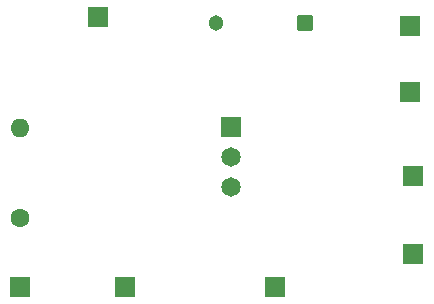
<source format=gbs>
G04 #@! TF.GenerationSoftware,KiCad,Pcbnew,7.0.10*
G04 #@! TF.CreationDate,2025-02-21T18:10:01-05:00*
G04 #@! TF.ProjectId,sol pcb,736f6c20-7063-4622-9e6b-696361645f70,rev?*
G04 #@! TF.SameCoordinates,Original*
G04 #@! TF.FileFunction,Soldermask,Bot*
G04 #@! TF.FilePolarity,Negative*
%FSLAX46Y46*%
G04 Gerber Fmt 4.6, Leading zero omitted, Abs format (unit mm)*
G04 Created by KiCad (PCBNEW 7.0.10) date 2025-02-21 18:10:01*
%MOMM*%
%LPD*%
G01*
G04 APERTURE LIST*
G04 Aperture macros list*
%AMRoundRect*
0 Rectangle with rounded corners*
0 $1 Rounding radius*
0 $2 $3 $4 $5 $6 $7 $8 $9 X,Y pos of 4 corners*
0 Add a 4 corners polygon primitive as box body*
4,1,4,$2,$3,$4,$5,$6,$7,$8,$9,$2,$3,0*
0 Add four circle primitives for the rounded corners*
1,1,$1+$1,$2,$3*
1,1,$1+$1,$4,$5*
1,1,$1+$1,$6,$7*
1,1,$1+$1,$8,$9*
0 Add four rect primitives between the rounded corners*
20,1,$1+$1,$2,$3,$4,$5,0*
20,1,$1+$1,$4,$5,$6,$7,0*
20,1,$1+$1,$6,$7,$8,$9,0*
20,1,$1+$1,$8,$9,$2,$3,0*%
G04 Aperture macros list end*
%ADD10R,1.700000X1.700000*%
%ADD11RoundRect,0.102000X0.550000X0.550000X-0.550000X0.550000X-0.550000X-0.550000X0.550000X-0.550000X0*%
%ADD12C,1.304000*%
%ADD13C,1.600000*%
%ADD14O,1.600000X1.600000*%
%ADD15R,1.651000X1.651000*%
%ADD16C,1.651000*%
G04 APERTURE END LIST*
D10*
X167640000Y-51054000D03*
X156210000Y-67564000D03*
X167894000Y-58166000D03*
D11*
X158690000Y-45212000D03*
D12*
X151190000Y-45212000D03*
D10*
X167894000Y-64770000D03*
X143510000Y-67564000D03*
D13*
X134620000Y-61722000D03*
D14*
X134620000Y-54102000D03*
D10*
X141224000Y-44704000D03*
D15*
X152476200Y-54013100D03*
D16*
X152476200Y-56553100D03*
X152476200Y-59093100D03*
D10*
X134620000Y-67564000D03*
X167640000Y-45466000D03*
M02*

</source>
